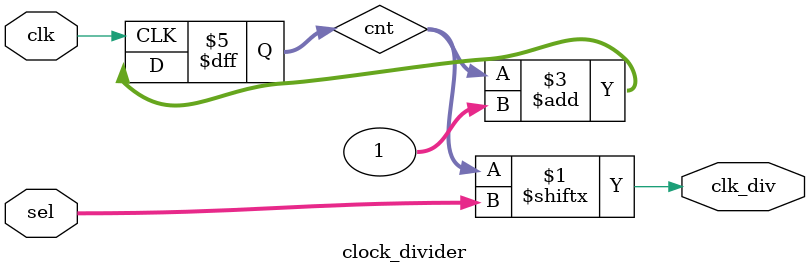
<source format=v>

module clock_divider(input clk, input [4:0] sel, output clk_div);
    reg [31:0] cnt = 0;
    assign clk_div = cnt[sel];
    always @(posedge clk)
        cnt <= cnt + 1;
endmodule

</source>
